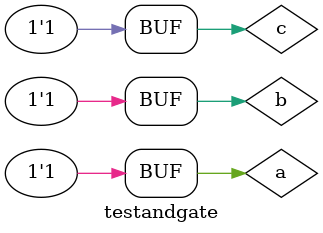
<source format=v>
module andgate ( output s, input p, input q, input r); 
assign s = p & q & r; 
endmodule // andgate 
// --------------------- 
// -- test and gate 
// --------------------- 
module testandgate; 
// ------------------------- dados locais 
reg a, b, c; // definir registradores 
wire s; // definir conexao (fio) 
// ------------------------- instancia 
andgate AND1 (s, a, b, c); 
// ------------------------- preparacao 
initial begin:start 
// atribuicao simultanea 
// dos valores iniciais 
a=0; b=0; c=0; 
end 
// ------------------------- parte principal 
initial begin 
$display("Exemplo0013 - Eduardo de Figueiredo Junior - 451550"); 
$display("Test AND gate"); 
$display("\na & b & c = s\n"); 
#1 a=0; b=0; c=0;
 $monitor("%b & %b & %b = %b", a, b, c, s); 
#1 a=0; b=0; c=1;
#1 a=0; b=1; c=0;
#1 a=0; b=1; c=1;
#1 a=1; b=0; c=0;
#1 a=1; b=0; c=1;
#1 a=1; b=1; c=0;
#1 a=1; b=1; c=1;
end 
endmodule // testandgate
</source>
